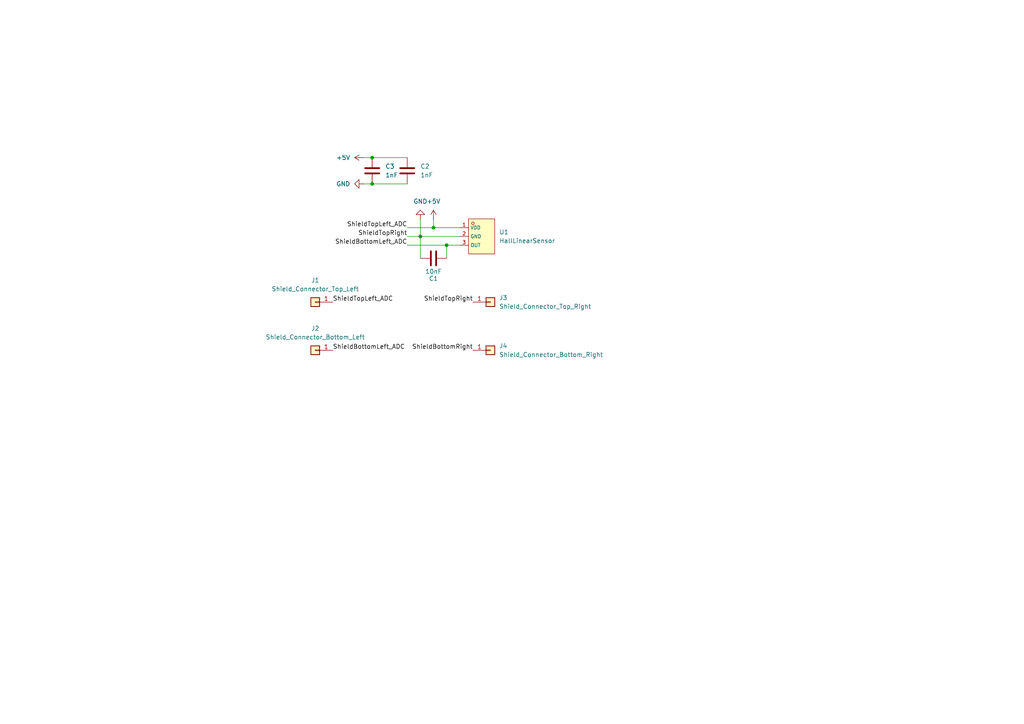
<source format=kicad_sch>
(kicad_sch (version 20231120) (generator "eeschema") (generator_version "8.0")
  (paper "A4")
  (lib_symbols
    (symbol "Connector_Generic:Conn_01x01" (pin_names (offset 1.016) hide)
      (property "Reference" "J" (at 0 2.54 0))
      (property "Value" "Conn_01x01" (at 0 -2.54 0))
      (symbol "Conn_01x01_1_1"
        (rectangle (start -1.27 0.127) (end 0 -0.127) (stroke (width 0.1524)))
        (rectangle (start -1.27 1.27) (end 1.27 -1.27) (stroke (width 0.254)) (fill (type background)))
        (pin passive line (at -5.08 0 0) (length 3.81) (name "Pin_1") (number "1"))
      )
    )
    (symbol "Custom_Parts:HallLinearSensor"
      (property "Reference" "U" (at 0 1.27 0))
      (property "Value" "HallLinearSensor" (at 0.254 -5.588 0))
      (symbol "HallLinearSensor_0_1"
        (rectangle (start -3.81 5.08) (end 3.81 -5.08) (fill (type background)))
        (circle (center -2.54 3.81) (radius 0.381) (fill (type background)))
      )
      (symbol "HallLinearSensor_1_1"
        (pin power_in line (at -6.35 2.54 0) (length 2.54) (name "VDD") (number "1"))
        (pin power_in line (at -6.35 0 0) (length 2.54) (name "GND") (number "2"))
        (pin output line (at -6.35 -2.54 0) (length 2.54) (name "OUT") (number "3"))
      )
    )
    (symbol "Device:C" (pin_numbers hide) (pin_names (offset 0.254))
      (property "Reference" "C" (at 0.635 2.54 0))
      (property "Value" "C" (at 0.635 -2.54 0))
      (symbol "C_0_1"
        (polyline (pts (xy -2.032 -0.762) (xy 2.032 -0.762)) (stroke (width 0.508)))
        (polyline (pts (xy -2.032 0.762) (xy 2.032 0.762)) (stroke (width 0.508)))
      )
      (symbol "C_1_1"
        (pin passive line (at 0 3.81 270) (length 2.794) (name "~") (number "1"))
        (pin passive line (at 0 -3.81 90) (length 2.794) (name "~") (number "2"))
      )
    )
    (symbol "power:+5V" (power) (pin_numbers hide) (pin_names (offset 0) hide)
      (property "Value" "+5V" (at 0 3.556 0))
      (symbol "+5V_0_1"
        (polyline (pts (xy -0.762 1.27) (xy 0 2.54)))
        (polyline (pts (xy 0 0) (xy 0 2.54)))
        (polyline (pts (xy 0 2.54) (xy 0.762 1.27)))
      )
      (symbol "+5V_1_1"
        (pin power_in line (at 0 0 90) (length 0) (name "~") (number "1"))
      )
    )
    (symbol "power:GND" (power) (pin_numbers hide) (pin_names (offset 0) hide)
      (property "Value" "GND" (at 0 -3.81 0))
      (symbol "GND_0_1"
        (polyline (pts (xy 0 0) (xy 0 -1.27) (xy 1.27 -1.27) (xy 0 -2.54) (xy -1.27 -1.27) (xy 0 -1.27)))
      )
      (symbol "GND_1_1"
        (pin power_in line (at 0 0 270) (length 0) (name "~") (number "1"))
      )
    )
  )
  (junction (at 121.92 68.58))
  (junction (at 129.54 71.12))
  (junction (at 107.95 53.34))
  (junction (at 125.73 66.04))
  (junction (at 107.95 45.72))
  (wire (pts (xy 105.41 45.72) (xy 107.95 45.72)))
  (wire (pts (xy 125.73 63.5) (xy 125.73 66.04)))
  (wire (pts (xy 121.92 68.58) (xy 133.35 68.58)))
  (wire (pts (xy 105.41 53.34) (xy 107.95 53.34)))
  (wire (pts (xy 118.11 66.04) (xy 125.73 66.04)))
  (wire (pts (xy 107.95 45.72) (xy 118.11 45.72)))
  (wire (pts (xy 118.11 68.58) (xy 121.92 68.58)))
  (wire (pts (xy 121.92 63.5) (xy 121.92 68.58)))
  (wire (pts (xy 107.95 53.34) (xy 118.11 53.34)))
  (wire (pts (xy 129.54 71.12) (xy 129.54 74.93)))
  (wire (pts (xy 129.54 71.12) (xy 133.35 71.12)))
  (wire (pts (xy 125.73 66.04) (xy 133.35 66.04)))
  (wire (pts (xy 118.11 71.12) (xy 129.54 71.12)))
  (wire (pts (xy 121.92 68.58) (xy 121.92 74.93)))
  (label "ShieldTopRight" (at 118.11 68.58 180))
  (label "ShieldTopLeft_ADC" (at 118.11 66.04 180))
  (label "ShieldBottomRight" (at 137.16 101.6 180))
  (label "ShieldTopLeft_ADC" (at 96.52 87.63 0))
  (label "ShieldBottomLeft_ADC" (at 96.52 101.6 0))
  (label "ShieldTopRight" (at 137.16 87.63 180))
  (label "ShieldBottomLeft_ADC" (at 118.11 71.12 180))
  (symbol (lib_id "Connector_Generic:Conn_01x01") (at 91.44 87.63 180) (unit 1)
    (property "Reference" "J1" (at 91.44 81.28 0))
    (property "Value" "Shield_Connector_Top_Left" (at 91.44 83.82 0))
    (property "Footprint" "CustomFootprints:HDR-TH_1P-V-F-1" (effects (hide yes)))
    (property "Description" "Generic connector, single row, 01x01, script generated (kicad-library-utils/schlib/autogen/connector/)" (effects (hide yes)))
  )
  (symbol (lib_id "Device:C") (at 125.73 74.93 90) (unit 1)
    (property "Reference" "C1" (at 125.73 80.772 90))
    (property "Value" "10nF" (at 125.73 78.74 90))
    (property "Footprint" "Capacitor_SMD:C_0402_1005Metric" (effects (hide yes)))
    (property "Description" "Unpolarized capacitor" (effects (hide yes)))
  )
  (symbol (lib_id "power:GND") (at 105.41 53.34 270) (unit 1)
    (property "Reference" "#PWR3" (effects (hide yes)))
    (property "Value" "GND" (at 101.6 53.3399 90) (effects (justify right)))
    (property "Description" "Power symbol creates a global label with name \"GND\" , ground" (effects (hide yes)))
  )
  (symbol (lib_id "Custom_Parts:HallLinearSensor") (at 139.7 68.58 0) (unit 1)
    (property "Reference" "U1" (at 144.78 67.3099 0) (effects (justify left)))
    (property "Value" "HallLinearSensor" (at 144.78 69.8499 0) (effects (justify left)))
    (property "Footprint" "CustomFootprints:HallLinearSensor" (effects (hide yes)))
    (property "Datasheet" "https://item.szlcsc.com/14454.html" (effects (hide yes)))
    (property "LCSC" "C7420984" (effects (hide yes)))
  )
  (symbol (lib_id "Device:C") (at 118.11 49.53 0) (unit 1)
    (property "Reference" "C2" (at 121.92 48.2599 0) (effects (justify left)))
    (property "Value" "1nF" (at 121.92 50.7999 0) (effects (justify left)))
    (property "Footprint" "Capacitor_SMD:C_0402_1005Metric" (effects (hide yes)))
    (property "Description" "Unpolarized capacitor" (effects (hide yes)))
  )
  (symbol (lib_id "Connector_Generic:Conn_01x01") (at 142.24 87.63 0) (unit 1)
    (property "Reference" "J3" (at 144.78 86.3599 0) (effects (justify left)))
    (property "Value" "Shield_Connector_Top_Right" (at 144.78 88.8999 0) (effects (justify left)))
    (property "Footprint" "CustomFootprints:HDR-TH_1P-V-F-1" (effects (hide yes)))
    (property "Description" "Generic connector, single row, 01x01, script generated (kicad-library-utils/schlib/autogen/connector/)" (effects (hide yes)))
  )
  (symbol (lib_id "Connector_Generic:Conn_01x01") (at 142.24 101.6 0) (unit 1)
    (property "Reference" "J4" (at 144.78 100.3299 0) (effects (justify left)))
    (property "Value" "Shield_Connector_Bottom_Right" (at 144.78 102.8699 0) (effects (justify left)))
    (property "Footprint" "CustomFootprints:HDR-TH_1P-V-F-1" (effects (hide yes)))
    (property "Description" "Generic connector, single row, 01x01, script generated (kicad-library-utils/schlib/autogen/connector/)" (effects (hide yes)))
  )
  (symbol (lib_id "power:+5V") (at 125.73 63.5 0) (unit 1)
    (property "Reference" "#PWR2" (effects (hide yes)))
    (property "Value" "+5V" (at 125.73 58.42 0))
    (property "Description" "Power symbol creates a global label with name \"+5V\"" (effects (hide yes)))
  )
  (symbol (lib_id "Device:C") (at 107.95 49.53 0) (unit 1)
    (property "Reference" "C3" (at 111.76 48.2599 0) (effects (justify left)))
    (property "Value" "1nF" (at 111.76 50.7999 0) (effects (justify left)))
    (property "Footprint" "Capacitor_SMD:C_0402_1005Metric" (effects (hide yes)))
    (property "Description" "Unpolarized capacitor" (effects (hide yes)))
  )
  (symbol (lib_id "power:GND") (at 121.92 63.5 180) (unit 1)
    (property "Reference" "#PWR1" (effects (hide yes)))
    (property "Value" "GND" (at 121.92 58.42 0))
    (property "Description" "Power symbol creates a global label with name \"GND\" , ground" (effects (hide yes)))
  )
  (symbol (lib_id "power:+5V") (at 105.41 45.72 90) (unit 1)
    (property "Reference" "#PWR4" (effects (hide yes)))
    (property "Value" "+5V" (at 101.6 45.7199 90) (effects (justify left)))
    (property "Description" "Power symbol creates a global label with name \"+5V\"" (effects (hide yes)))
  )
  (symbol (lib_id "Connector_Generic:Conn_01x01") (at 91.44 101.6 180) (unit 1)
    (property "Reference" "J2" (at 91.44 95.25 0))
    (property "Value" "Shield_Connector_Bottom_Left" (at 91.44 97.79 0))
    (property "Footprint" "CustomFootprints:HDR-TH_1P-V-F-1" (effects (hide yes)))
    (property "Description" "Generic connector, single row, 01x01, script generated (kicad-library-utils/schlib/autogen/connector/)" (effects (hide yes)))
  )
)
</source>
